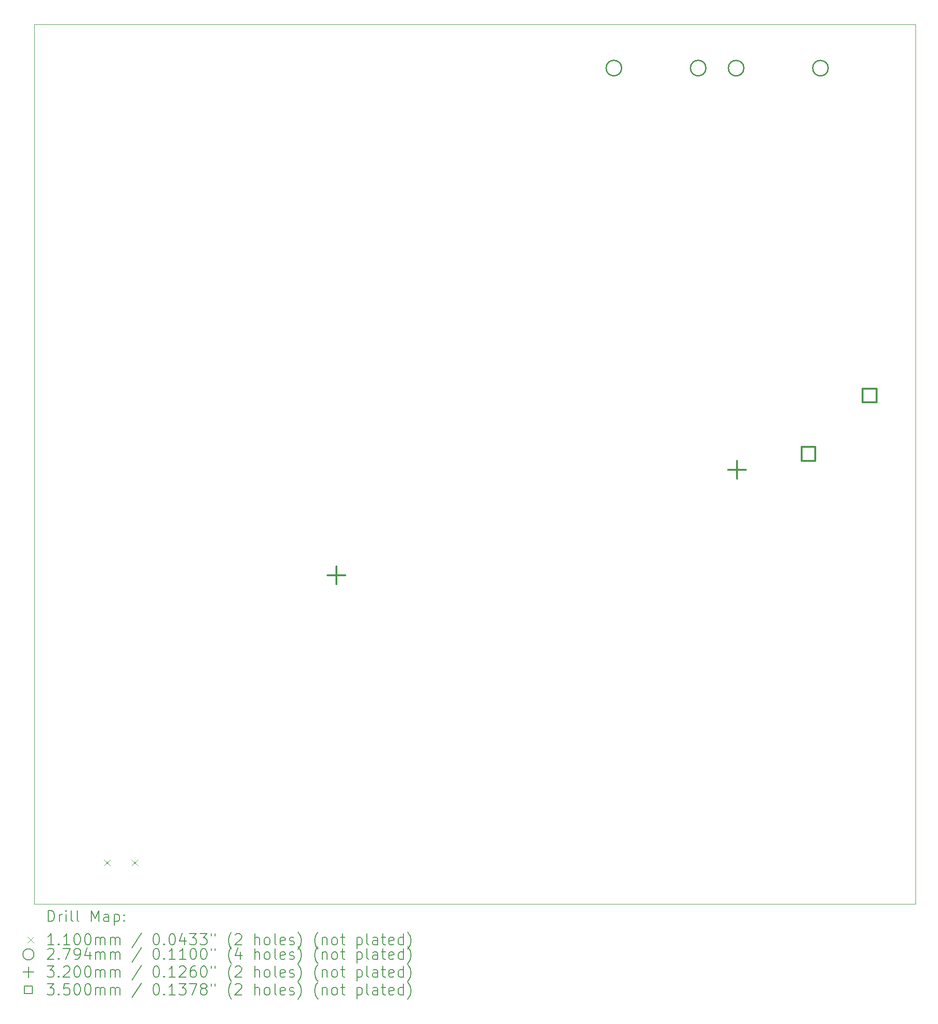
<source format=gbr>
%FSLAX45Y45*%
G04 Gerber Fmt 4.5, Leading zero omitted, Abs format (unit mm)*
G04 Created by KiCad (PCBNEW 6.0.2+dfsg-1) date 2023-05-08 07:17:29*
%MOMM*%
%LPD*%
G01*
G04 APERTURE LIST*
%TA.AperFunction,Profile*%
%ADD10C,0.100000*%
%TD*%
%ADD11C,0.200000*%
%ADD12C,0.110000*%
%ADD13C,0.279400*%
%ADD14C,0.320000*%
%ADD15C,0.350000*%
G04 APERTURE END LIST*
D10*
X1584000Y-1528000D02*
X17512000Y-1528000D01*
X17512000Y-1528000D02*
X17512000Y-17409000D01*
X17512000Y-17409000D02*
X1584000Y-17409000D01*
X1584000Y-17409000D02*
X1584000Y-1528000D01*
D11*
D12*
X2845000Y-16607500D02*
X2955000Y-16717500D01*
X2955000Y-16607500D02*
X2845000Y-16717500D01*
X3345000Y-16607500D02*
X3455000Y-16717500D01*
X3455000Y-16607500D02*
X3345000Y-16717500D01*
D13*
X12197700Y-2313000D02*
G75*
G03*
X12197700Y-2313000I-139700J0D01*
G01*
X13721700Y-2313000D02*
G75*
G03*
X13721700Y-2313000I-139700J0D01*
G01*
X14406700Y-2314000D02*
G75*
G03*
X14406700Y-2314000I-139700J0D01*
G01*
X15930700Y-2314000D02*
G75*
G03*
X15930700Y-2314000I-139700J0D01*
G01*
D14*
X7045000Y-11310000D02*
X7045000Y-11630000D01*
X6885000Y-11470000D02*
X7205000Y-11470000D01*
X14280000Y-9410000D02*
X14280000Y-9730000D01*
X14120000Y-9570000D02*
X14440000Y-9570000D01*
D15*
X15695745Y-9403745D02*
X15695745Y-9156255D01*
X15448255Y-9156255D01*
X15448255Y-9403745D01*
X15695745Y-9403745D01*
X16803745Y-8346745D02*
X16803745Y-8099255D01*
X16556255Y-8099255D01*
X16556255Y-8346745D01*
X16803745Y-8346745D01*
D11*
X1836619Y-17724476D02*
X1836619Y-17524476D01*
X1884238Y-17524476D01*
X1912809Y-17534000D01*
X1931857Y-17553048D01*
X1941381Y-17572095D01*
X1950905Y-17610190D01*
X1950905Y-17638762D01*
X1941381Y-17676857D01*
X1931857Y-17695905D01*
X1912809Y-17714952D01*
X1884238Y-17724476D01*
X1836619Y-17724476D01*
X2036619Y-17724476D02*
X2036619Y-17591143D01*
X2036619Y-17629238D02*
X2046143Y-17610190D01*
X2055667Y-17600667D01*
X2074714Y-17591143D01*
X2093762Y-17591143D01*
X2160429Y-17724476D02*
X2160429Y-17591143D01*
X2160429Y-17524476D02*
X2150905Y-17534000D01*
X2160429Y-17543524D01*
X2169952Y-17534000D01*
X2160429Y-17524476D01*
X2160429Y-17543524D01*
X2284238Y-17724476D02*
X2265190Y-17714952D01*
X2255667Y-17695905D01*
X2255667Y-17524476D01*
X2389000Y-17724476D02*
X2369952Y-17714952D01*
X2360429Y-17695905D01*
X2360429Y-17524476D01*
X2617571Y-17724476D02*
X2617571Y-17524476D01*
X2684238Y-17667333D01*
X2750905Y-17524476D01*
X2750905Y-17724476D01*
X2931857Y-17724476D02*
X2931857Y-17619714D01*
X2922333Y-17600667D01*
X2903286Y-17591143D01*
X2865190Y-17591143D01*
X2846143Y-17600667D01*
X2931857Y-17714952D02*
X2912809Y-17724476D01*
X2865190Y-17724476D01*
X2846143Y-17714952D01*
X2836619Y-17695905D01*
X2836619Y-17676857D01*
X2846143Y-17657810D01*
X2865190Y-17648286D01*
X2912809Y-17648286D01*
X2931857Y-17638762D01*
X3027095Y-17591143D02*
X3027095Y-17791143D01*
X3027095Y-17600667D02*
X3046143Y-17591143D01*
X3084238Y-17591143D01*
X3103286Y-17600667D01*
X3112809Y-17610190D01*
X3122333Y-17629238D01*
X3122333Y-17686381D01*
X3112809Y-17705429D01*
X3103286Y-17714952D01*
X3084238Y-17724476D01*
X3046143Y-17724476D01*
X3027095Y-17714952D01*
X3208048Y-17705429D02*
X3217571Y-17714952D01*
X3208048Y-17724476D01*
X3198524Y-17714952D01*
X3208048Y-17705429D01*
X3208048Y-17724476D01*
X3208048Y-17600667D02*
X3217571Y-17610190D01*
X3208048Y-17619714D01*
X3198524Y-17610190D01*
X3208048Y-17600667D01*
X3208048Y-17619714D01*
D12*
X1469000Y-17999000D02*
X1579000Y-18109000D01*
X1579000Y-17999000D02*
X1469000Y-18109000D01*
D11*
X1941381Y-18144476D02*
X1827095Y-18144476D01*
X1884238Y-18144476D02*
X1884238Y-17944476D01*
X1865190Y-17973048D01*
X1846143Y-17992095D01*
X1827095Y-18001619D01*
X2027095Y-18125429D02*
X2036619Y-18134952D01*
X2027095Y-18144476D01*
X2017571Y-18134952D01*
X2027095Y-18125429D01*
X2027095Y-18144476D01*
X2227095Y-18144476D02*
X2112810Y-18144476D01*
X2169952Y-18144476D02*
X2169952Y-17944476D01*
X2150905Y-17973048D01*
X2131857Y-17992095D01*
X2112810Y-18001619D01*
X2350905Y-17944476D02*
X2369952Y-17944476D01*
X2389000Y-17954000D01*
X2398524Y-17963524D01*
X2408048Y-17982571D01*
X2417571Y-18020667D01*
X2417571Y-18068286D01*
X2408048Y-18106381D01*
X2398524Y-18125429D01*
X2389000Y-18134952D01*
X2369952Y-18144476D01*
X2350905Y-18144476D01*
X2331857Y-18134952D01*
X2322333Y-18125429D01*
X2312810Y-18106381D01*
X2303286Y-18068286D01*
X2303286Y-18020667D01*
X2312810Y-17982571D01*
X2322333Y-17963524D01*
X2331857Y-17954000D01*
X2350905Y-17944476D01*
X2541381Y-17944476D02*
X2560429Y-17944476D01*
X2579476Y-17954000D01*
X2589000Y-17963524D01*
X2598524Y-17982571D01*
X2608048Y-18020667D01*
X2608048Y-18068286D01*
X2598524Y-18106381D01*
X2589000Y-18125429D01*
X2579476Y-18134952D01*
X2560429Y-18144476D01*
X2541381Y-18144476D01*
X2522333Y-18134952D01*
X2512810Y-18125429D01*
X2503286Y-18106381D01*
X2493762Y-18068286D01*
X2493762Y-18020667D01*
X2503286Y-17982571D01*
X2512810Y-17963524D01*
X2522333Y-17954000D01*
X2541381Y-17944476D01*
X2693762Y-18144476D02*
X2693762Y-18011143D01*
X2693762Y-18030190D02*
X2703286Y-18020667D01*
X2722333Y-18011143D01*
X2750905Y-18011143D01*
X2769952Y-18020667D01*
X2779476Y-18039714D01*
X2779476Y-18144476D01*
X2779476Y-18039714D02*
X2789000Y-18020667D01*
X2808048Y-18011143D01*
X2836619Y-18011143D01*
X2855667Y-18020667D01*
X2865190Y-18039714D01*
X2865190Y-18144476D01*
X2960428Y-18144476D02*
X2960428Y-18011143D01*
X2960428Y-18030190D02*
X2969952Y-18020667D01*
X2989000Y-18011143D01*
X3017571Y-18011143D01*
X3036619Y-18020667D01*
X3046143Y-18039714D01*
X3046143Y-18144476D01*
X3046143Y-18039714D02*
X3055667Y-18020667D01*
X3074714Y-18011143D01*
X3103286Y-18011143D01*
X3122333Y-18020667D01*
X3131857Y-18039714D01*
X3131857Y-18144476D01*
X3522333Y-17934952D02*
X3350905Y-18192095D01*
X3779476Y-17944476D02*
X3798524Y-17944476D01*
X3817571Y-17954000D01*
X3827095Y-17963524D01*
X3836619Y-17982571D01*
X3846143Y-18020667D01*
X3846143Y-18068286D01*
X3836619Y-18106381D01*
X3827095Y-18125429D01*
X3817571Y-18134952D01*
X3798524Y-18144476D01*
X3779476Y-18144476D01*
X3760428Y-18134952D01*
X3750905Y-18125429D01*
X3741381Y-18106381D01*
X3731857Y-18068286D01*
X3731857Y-18020667D01*
X3741381Y-17982571D01*
X3750905Y-17963524D01*
X3760428Y-17954000D01*
X3779476Y-17944476D01*
X3931857Y-18125429D02*
X3941381Y-18134952D01*
X3931857Y-18144476D01*
X3922333Y-18134952D01*
X3931857Y-18125429D01*
X3931857Y-18144476D01*
X4065190Y-17944476D02*
X4084238Y-17944476D01*
X4103286Y-17954000D01*
X4112809Y-17963524D01*
X4122333Y-17982571D01*
X4131857Y-18020667D01*
X4131857Y-18068286D01*
X4122333Y-18106381D01*
X4112809Y-18125429D01*
X4103286Y-18134952D01*
X4084238Y-18144476D01*
X4065190Y-18144476D01*
X4046143Y-18134952D01*
X4036619Y-18125429D01*
X4027095Y-18106381D01*
X4017571Y-18068286D01*
X4017571Y-18020667D01*
X4027095Y-17982571D01*
X4036619Y-17963524D01*
X4046143Y-17954000D01*
X4065190Y-17944476D01*
X4303286Y-18011143D02*
X4303286Y-18144476D01*
X4255667Y-17934952D02*
X4208048Y-18077810D01*
X4331857Y-18077810D01*
X4389000Y-17944476D02*
X4512810Y-17944476D01*
X4446143Y-18020667D01*
X4474714Y-18020667D01*
X4493762Y-18030190D01*
X4503286Y-18039714D01*
X4512810Y-18058762D01*
X4512810Y-18106381D01*
X4503286Y-18125429D01*
X4493762Y-18134952D01*
X4474714Y-18144476D01*
X4417571Y-18144476D01*
X4398524Y-18134952D01*
X4389000Y-18125429D01*
X4579476Y-17944476D02*
X4703286Y-17944476D01*
X4636619Y-18020667D01*
X4665190Y-18020667D01*
X4684238Y-18030190D01*
X4693762Y-18039714D01*
X4703286Y-18058762D01*
X4703286Y-18106381D01*
X4693762Y-18125429D01*
X4684238Y-18134952D01*
X4665190Y-18144476D01*
X4608048Y-18144476D01*
X4589000Y-18134952D01*
X4579476Y-18125429D01*
X4779476Y-17944476D02*
X4779476Y-17982571D01*
X4855667Y-17944476D02*
X4855667Y-17982571D01*
X5150905Y-18220667D02*
X5141381Y-18211143D01*
X5122333Y-18182571D01*
X5112810Y-18163524D01*
X5103286Y-18134952D01*
X5093762Y-18087333D01*
X5093762Y-18049238D01*
X5103286Y-18001619D01*
X5112810Y-17973048D01*
X5122333Y-17954000D01*
X5141381Y-17925429D01*
X5150905Y-17915905D01*
X5217571Y-17963524D02*
X5227095Y-17954000D01*
X5246143Y-17944476D01*
X5293762Y-17944476D01*
X5312810Y-17954000D01*
X5322333Y-17963524D01*
X5331857Y-17982571D01*
X5331857Y-18001619D01*
X5322333Y-18030190D01*
X5208048Y-18144476D01*
X5331857Y-18144476D01*
X5569952Y-18144476D02*
X5569952Y-17944476D01*
X5655667Y-18144476D02*
X5655667Y-18039714D01*
X5646143Y-18020667D01*
X5627095Y-18011143D01*
X5598524Y-18011143D01*
X5579476Y-18020667D01*
X5569952Y-18030190D01*
X5779476Y-18144476D02*
X5760428Y-18134952D01*
X5750905Y-18125429D01*
X5741381Y-18106381D01*
X5741381Y-18049238D01*
X5750905Y-18030190D01*
X5760428Y-18020667D01*
X5779476Y-18011143D01*
X5808048Y-18011143D01*
X5827095Y-18020667D01*
X5836619Y-18030190D01*
X5846143Y-18049238D01*
X5846143Y-18106381D01*
X5836619Y-18125429D01*
X5827095Y-18134952D01*
X5808048Y-18144476D01*
X5779476Y-18144476D01*
X5960428Y-18144476D02*
X5941381Y-18134952D01*
X5931857Y-18115905D01*
X5931857Y-17944476D01*
X6112809Y-18134952D02*
X6093762Y-18144476D01*
X6055667Y-18144476D01*
X6036619Y-18134952D01*
X6027095Y-18115905D01*
X6027095Y-18039714D01*
X6036619Y-18020667D01*
X6055667Y-18011143D01*
X6093762Y-18011143D01*
X6112809Y-18020667D01*
X6122333Y-18039714D01*
X6122333Y-18058762D01*
X6027095Y-18077810D01*
X6198524Y-18134952D02*
X6217571Y-18144476D01*
X6255667Y-18144476D01*
X6274714Y-18134952D01*
X6284238Y-18115905D01*
X6284238Y-18106381D01*
X6274714Y-18087333D01*
X6255667Y-18077810D01*
X6227095Y-18077810D01*
X6208048Y-18068286D01*
X6198524Y-18049238D01*
X6198524Y-18039714D01*
X6208048Y-18020667D01*
X6227095Y-18011143D01*
X6255667Y-18011143D01*
X6274714Y-18020667D01*
X6350905Y-18220667D02*
X6360428Y-18211143D01*
X6379476Y-18182571D01*
X6389000Y-18163524D01*
X6398524Y-18134952D01*
X6408048Y-18087333D01*
X6408048Y-18049238D01*
X6398524Y-18001619D01*
X6389000Y-17973048D01*
X6379476Y-17954000D01*
X6360428Y-17925429D01*
X6350905Y-17915905D01*
X6712809Y-18220667D02*
X6703286Y-18211143D01*
X6684238Y-18182571D01*
X6674714Y-18163524D01*
X6665190Y-18134952D01*
X6655667Y-18087333D01*
X6655667Y-18049238D01*
X6665190Y-18001619D01*
X6674714Y-17973048D01*
X6684238Y-17954000D01*
X6703286Y-17925429D01*
X6712809Y-17915905D01*
X6789000Y-18011143D02*
X6789000Y-18144476D01*
X6789000Y-18030190D02*
X6798524Y-18020667D01*
X6817571Y-18011143D01*
X6846143Y-18011143D01*
X6865190Y-18020667D01*
X6874714Y-18039714D01*
X6874714Y-18144476D01*
X6998524Y-18144476D02*
X6979476Y-18134952D01*
X6969952Y-18125429D01*
X6960428Y-18106381D01*
X6960428Y-18049238D01*
X6969952Y-18030190D01*
X6979476Y-18020667D01*
X6998524Y-18011143D01*
X7027095Y-18011143D01*
X7046143Y-18020667D01*
X7055667Y-18030190D01*
X7065190Y-18049238D01*
X7065190Y-18106381D01*
X7055667Y-18125429D01*
X7046143Y-18134952D01*
X7027095Y-18144476D01*
X6998524Y-18144476D01*
X7122333Y-18011143D02*
X7198524Y-18011143D01*
X7150905Y-17944476D02*
X7150905Y-18115905D01*
X7160428Y-18134952D01*
X7179476Y-18144476D01*
X7198524Y-18144476D01*
X7417571Y-18011143D02*
X7417571Y-18211143D01*
X7417571Y-18020667D02*
X7436619Y-18011143D01*
X7474714Y-18011143D01*
X7493762Y-18020667D01*
X7503286Y-18030190D01*
X7512809Y-18049238D01*
X7512809Y-18106381D01*
X7503286Y-18125429D01*
X7493762Y-18134952D01*
X7474714Y-18144476D01*
X7436619Y-18144476D01*
X7417571Y-18134952D01*
X7627095Y-18144476D02*
X7608048Y-18134952D01*
X7598524Y-18115905D01*
X7598524Y-17944476D01*
X7789000Y-18144476D02*
X7789000Y-18039714D01*
X7779476Y-18020667D01*
X7760428Y-18011143D01*
X7722333Y-18011143D01*
X7703286Y-18020667D01*
X7789000Y-18134952D02*
X7769952Y-18144476D01*
X7722333Y-18144476D01*
X7703286Y-18134952D01*
X7693762Y-18115905D01*
X7693762Y-18096857D01*
X7703286Y-18077810D01*
X7722333Y-18068286D01*
X7769952Y-18068286D01*
X7789000Y-18058762D01*
X7855667Y-18011143D02*
X7931857Y-18011143D01*
X7884238Y-17944476D02*
X7884238Y-18115905D01*
X7893762Y-18134952D01*
X7912809Y-18144476D01*
X7931857Y-18144476D01*
X8074714Y-18134952D02*
X8055667Y-18144476D01*
X8017571Y-18144476D01*
X7998524Y-18134952D01*
X7989000Y-18115905D01*
X7989000Y-18039714D01*
X7998524Y-18020667D01*
X8017571Y-18011143D01*
X8055667Y-18011143D01*
X8074714Y-18020667D01*
X8084238Y-18039714D01*
X8084238Y-18058762D01*
X7989000Y-18077810D01*
X8255667Y-18144476D02*
X8255667Y-17944476D01*
X8255667Y-18134952D02*
X8236619Y-18144476D01*
X8198524Y-18144476D01*
X8179476Y-18134952D01*
X8169952Y-18125429D01*
X8160428Y-18106381D01*
X8160428Y-18049238D01*
X8169952Y-18030190D01*
X8179476Y-18020667D01*
X8198524Y-18011143D01*
X8236619Y-18011143D01*
X8255667Y-18020667D01*
X8331857Y-18220667D02*
X8341381Y-18211143D01*
X8360428Y-18182571D01*
X8369952Y-18163524D01*
X8379476Y-18134952D01*
X8389000Y-18087333D01*
X8389000Y-18049238D01*
X8379476Y-18001619D01*
X8369952Y-17973048D01*
X8360428Y-17954000D01*
X8341381Y-17925429D01*
X8331857Y-17915905D01*
X1579000Y-18318000D02*
G75*
G03*
X1579000Y-18318000I-100000J0D01*
G01*
X1827095Y-18227524D02*
X1836619Y-18218000D01*
X1855667Y-18208476D01*
X1903286Y-18208476D01*
X1922333Y-18218000D01*
X1931857Y-18227524D01*
X1941381Y-18246571D01*
X1941381Y-18265619D01*
X1931857Y-18294190D01*
X1817571Y-18408476D01*
X1941381Y-18408476D01*
X2027095Y-18389429D02*
X2036619Y-18398952D01*
X2027095Y-18408476D01*
X2017571Y-18398952D01*
X2027095Y-18389429D01*
X2027095Y-18408476D01*
X2103286Y-18208476D02*
X2236619Y-18208476D01*
X2150905Y-18408476D01*
X2322333Y-18408476D02*
X2360429Y-18408476D01*
X2379476Y-18398952D01*
X2389000Y-18389429D01*
X2408048Y-18360857D01*
X2417571Y-18322762D01*
X2417571Y-18246571D01*
X2408048Y-18227524D01*
X2398524Y-18218000D01*
X2379476Y-18208476D01*
X2341381Y-18208476D01*
X2322333Y-18218000D01*
X2312810Y-18227524D01*
X2303286Y-18246571D01*
X2303286Y-18294190D01*
X2312810Y-18313238D01*
X2322333Y-18322762D01*
X2341381Y-18332286D01*
X2379476Y-18332286D01*
X2398524Y-18322762D01*
X2408048Y-18313238D01*
X2417571Y-18294190D01*
X2589000Y-18275143D02*
X2589000Y-18408476D01*
X2541381Y-18198952D02*
X2493762Y-18341810D01*
X2617571Y-18341810D01*
X2693762Y-18408476D02*
X2693762Y-18275143D01*
X2693762Y-18294190D02*
X2703286Y-18284667D01*
X2722333Y-18275143D01*
X2750905Y-18275143D01*
X2769952Y-18284667D01*
X2779476Y-18303714D01*
X2779476Y-18408476D01*
X2779476Y-18303714D02*
X2789000Y-18284667D01*
X2808048Y-18275143D01*
X2836619Y-18275143D01*
X2855667Y-18284667D01*
X2865190Y-18303714D01*
X2865190Y-18408476D01*
X2960428Y-18408476D02*
X2960428Y-18275143D01*
X2960428Y-18294190D02*
X2969952Y-18284667D01*
X2989000Y-18275143D01*
X3017571Y-18275143D01*
X3036619Y-18284667D01*
X3046143Y-18303714D01*
X3046143Y-18408476D01*
X3046143Y-18303714D02*
X3055667Y-18284667D01*
X3074714Y-18275143D01*
X3103286Y-18275143D01*
X3122333Y-18284667D01*
X3131857Y-18303714D01*
X3131857Y-18408476D01*
X3522333Y-18198952D02*
X3350905Y-18456095D01*
X3779476Y-18208476D02*
X3798524Y-18208476D01*
X3817571Y-18218000D01*
X3827095Y-18227524D01*
X3836619Y-18246571D01*
X3846143Y-18284667D01*
X3846143Y-18332286D01*
X3836619Y-18370381D01*
X3827095Y-18389429D01*
X3817571Y-18398952D01*
X3798524Y-18408476D01*
X3779476Y-18408476D01*
X3760428Y-18398952D01*
X3750905Y-18389429D01*
X3741381Y-18370381D01*
X3731857Y-18332286D01*
X3731857Y-18284667D01*
X3741381Y-18246571D01*
X3750905Y-18227524D01*
X3760428Y-18218000D01*
X3779476Y-18208476D01*
X3931857Y-18389429D02*
X3941381Y-18398952D01*
X3931857Y-18408476D01*
X3922333Y-18398952D01*
X3931857Y-18389429D01*
X3931857Y-18408476D01*
X4131857Y-18408476D02*
X4017571Y-18408476D01*
X4074714Y-18408476D02*
X4074714Y-18208476D01*
X4055667Y-18237048D01*
X4036619Y-18256095D01*
X4017571Y-18265619D01*
X4322333Y-18408476D02*
X4208048Y-18408476D01*
X4265190Y-18408476D02*
X4265190Y-18208476D01*
X4246143Y-18237048D01*
X4227095Y-18256095D01*
X4208048Y-18265619D01*
X4446143Y-18208476D02*
X4465190Y-18208476D01*
X4484238Y-18218000D01*
X4493762Y-18227524D01*
X4503286Y-18246571D01*
X4512810Y-18284667D01*
X4512810Y-18332286D01*
X4503286Y-18370381D01*
X4493762Y-18389429D01*
X4484238Y-18398952D01*
X4465190Y-18408476D01*
X4446143Y-18408476D01*
X4427095Y-18398952D01*
X4417571Y-18389429D01*
X4408048Y-18370381D01*
X4398524Y-18332286D01*
X4398524Y-18284667D01*
X4408048Y-18246571D01*
X4417571Y-18227524D01*
X4427095Y-18218000D01*
X4446143Y-18208476D01*
X4636619Y-18208476D02*
X4655667Y-18208476D01*
X4674714Y-18218000D01*
X4684238Y-18227524D01*
X4693762Y-18246571D01*
X4703286Y-18284667D01*
X4703286Y-18332286D01*
X4693762Y-18370381D01*
X4684238Y-18389429D01*
X4674714Y-18398952D01*
X4655667Y-18408476D01*
X4636619Y-18408476D01*
X4617571Y-18398952D01*
X4608048Y-18389429D01*
X4598524Y-18370381D01*
X4589000Y-18332286D01*
X4589000Y-18284667D01*
X4598524Y-18246571D01*
X4608048Y-18227524D01*
X4617571Y-18218000D01*
X4636619Y-18208476D01*
X4779476Y-18208476D02*
X4779476Y-18246571D01*
X4855667Y-18208476D02*
X4855667Y-18246571D01*
X5150905Y-18484667D02*
X5141381Y-18475143D01*
X5122333Y-18446571D01*
X5112810Y-18427524D01*
X5103286Y-18398952D01*
X5093762Y-18351333D01*
X5093762Y-18313238D01*
X5103286Y-18265619D01*
X5112810Y-18237048D01*
X5122333Y-18218000D01*
X5141381Y-18189429D01*
X5150905Y-18179905D01*
X5312810Y-18275143D02*
X5312810Y-18408476D01*
X5265190Y-18198952D02*
X5217571Y-18341810D01*
X5341381Y-18341810D01*
X5569952Y-18408476D02*
X5569952Y-18208476D01*
X5655667Y-18408476D02*
X5655667Y-18303714D01*
X5646143Y-18284667D01*
X5627095Y-18275143D01*
X5598524Y-18275143D01*
X5579476Y-18284667D01*
X5569952Y-18294190D01*
X5779476Y-18408476D02*
X5760428Y-18398952D01*
X5750905Y-18389429D01*
X5741381Y-18370381D01*
X5741381Y-18313238D01*
X5750905Y-18294190D01*
X5760428Y-18284667D01*
X5779476Y-18275143D01*
X5808048Y-18275143D01*
X5827095Y-18284667D01*
X5836619Y-18294190D01*
X5846143Y-18313238D01*
X5846143Y-18370381D01*
X5836619Y-18389429D01*
X5827095Y-18398952D01*
X5808048Y-18408476D01*
X5779476Y-18408476D01*
X5960428Y-18408476D02*
X5941381Y-18398952D01*
X5931857Y-18379905D01*
X5931857Y-18208476D01*
X6112809Y-18398952D02*
X6093762Y-18408476D01*
X6055667Y-18408476D01*
X6036619Y-18398952D01*
X6027095Y-18379905D01*
X6027095Y-18303714D01*
X6036619Y-18284667D01*
X6055667Y-18275143D01*
X6093762Y-18275143D01*
X6112809Y-18284667D01*
X6122333Y-18303714D01*
X6122333Y-18322762D01*
X6027095Y-18341810D01*
X6198524Y-18398952D02*
X6217571Y-18408476D01*
X6255667Y-18408476D01*
X6274714Y-18398952D01*
X6284238Y-18379905D01*
X6284238Y-18370381D01*
X6274714Y-18351333D01*
X6255667Y-18341810D01*
X6227095Y-18341810D01*
X6208048Y-18332286D01*
X6198524Y-18313238D01*
X6198524Y-18303714D01*
X6208048Y-18284667D01*
X6227095Y-18275143D01*
X6255667Y-18275143D01*
X6274714Y-18284667D01*
X6350905Y-18484667D02*
X6360428Y-18475143D01*
X6379476Y-18446571D01*
X6389000Y-18427524D01*
X6398524Y-18398952D01*
X6408048Y-18351333D01*
X6408048Y-18313238D01*
X6398524Y-18265619D01*
X6389000Y-18237048D01*
X6379476Y-18218000D01*
X6360428Y-18189429D01*
X6350905Y-18179905D01*
X6712809Y-18484667D02*
X6703286Y-18475143D01*
X6684238Y-18446571D01*
X6674714Y-18427524D01*
X6665190Y-18398952D01*
X6655667Y-18351333D01*
X6655667Y-18313238D01*
X6665190Y-18265619D01*
X6674714Y-18237048D01*
X6684238Y-18218000D01*
X6703286Y-18189429D01*
X6712809Y-18179905D01*
X6789000Y-18275143D02*
X6789000Y-18408476D01*
X6789000Y-18294190D02*
X6798524Y-18284667D01*
X6817571Y-18275143D01*
X6846143Y-18275143D01*
X6865190Y-18284667D01*
X6874714Y-18303714D01*
X6874714Y-18408476D01*
X6998524Y-18408476D02*
X6979476Y-18398952D01*
X6969952Y-18389429D01*
X6960428Y-18370381D01*
X6960428Y-18313238D01*
X6969952Y-18294190D01*
X6979476Y-18284667D01*
X6998524Y-18275143D01*
X7027095Y-18275143D01*
X7046143Y-18284667D01*
X7055667Y-18294190D01*
X7065190Y-18313238D01*
X7065190Y-18370381D01*
X7055667Y-18389429D01*
X7046143Y-18398952D01*
X7027095Y-18408476D01*
X6998524Y-18408476D01*
X7122333Y-18275143D02*
X7198524Y-18275143D01*
X7150905Y-18208476D02*
X7150905Y-18379905D01*
X7160428Y-18398952D01*
X7179476Y-18408476D01*
X7198524Y-18408476D01*
X7417571Y-18275143D02*
X7417571Y-18475143D01*
X7417571Y-18284667D02*
X7436619Y-18275143D01*
X7474714Y-18275143D01*
X7493762Y-18284667D01*
X7503286Y-18294190D01*
X7512809Y-18313238D01*
X7512809Y-18370381D01*
X7503286Y-18389429D01*
X7493762Y-18398952D01*
X7474714Y-18408476D01*
X7436619Y-18408476D01*
X7417571Y-18398952D01*
X7627095Y-18408476D02*
X7608048Y-18398952D01*
X7598524Y-18379905D01*
X7598524Y-18208476D01*
X7789000Y-18408476D02*
X7789000Y-18303714D01*
X7779476Y-18284667D01*
X7760428Y-18275143D01*
X7722333Y-18275143D01*
X7703286Y-18284667D01*
X7789000Y-18398952D02*
X7769952Y-18408476D01*
X7722333Y-18408476D01*
X7703286Y-18398952D01*
X7693762Y-18379905D01*
X7693762Y-18360857D01*
X7703286Y-18341810D01*
X7722333Y-18332286D01*
X7769952Y-18332286D01*
X7789000Y-18322762D01*
X7855667Y-18275143D02*
X7931857Y-18275143D01*
X7884238Y-18208476D02*
X7884238Y-18379905D01*
X7893762Y-18398952D01*
X7912809Y-18408476D01*
X7931857Y-18408476D01*
X8074714Y-18398952D02*
X8055667Y-18408476D01*
X8017571Y-18408476D01*
X7998524Y-18398952D01*
X7989000Y-18379905D01*
X7989000Y-18303714D01*
X7998524Y-18284667D01*
X8017571Y-18275143D01*
X8055667Y-18275143D01*
X8074714Y-18284667D01*
X8084238Y-18303714D01*
X8084238Y-18322762D01*
X7989000Y-18341810D01*
X8255667Y-18408476D02*
X8255667Y-18208476D01*
X8255667Y-18398952D02*
X8236619Y-18408476D01*
X8198524Y-18408476D01*
X8179476Y-18398952D01*
X8169952Y-18389429D01*
X8160428Y-18370381D01*
X8160428Y-18313238D01*
X8169952Y-18294190D01*
X8179476Y-18284667D01*
X8198524Y-18275143D01*
X8236619Y-18275143D01*
X8255667Y-18284667D01*
X8331857Y-18484667D02*
X8341381Y-18475143D01*
X8360428Y-18446571D01*
X8369952Y-18427524D01*
X8379476Y-18398952D01*
X8389000Y-18351333D01*
X8389000Y-18313238D01*
X8379476Y-18265619D01*
X8369952Y-18237048D01*
X8360428Y-18218000D01*
X8341381Y-18189429D01*
X8331857Y-18179905D01*
X1479000Y-18538000D02*
X1479000Y-18738000D01*
X1379000Y-18638000D02*
X1579000Y-18638000D01*
X1817571Y-18528476D02*
X1941381Y-18528476D01*
X1874714Y-18604667D01*
X1903286Y-18604667D01*
X1922333Y-18614190D01*
X1931857Y-18623714D01*
X1941381Y-18642762D01*
X1941381Y-18690381D01*
X1931857Y-18709429D01*
X1922333Y-18718952D01*
X1903286Y-18728476D01*
X1846143Y-18728476D01*
X1827095Y-18718952D01*
X1817571Y-18709429D01*
X2027095Y-18709429D02*
X2036619Y-18718952D01*
X2027095Y-18728476D01*
X2017571Y-18718952D01*
X2027095Y-18709429D01*
X2027095Y-18728476D01*
X2112810Y-18547524D02*
X2122333Y-18538000D01*
X2141381Y-18528476D01*
X2189000Y-18528476D01*
X2208048Y-18538000D01*
X2217571Y-18547524D01*
X2227095Y-18566571D01*
X2227095Y-18585619D01*
X2217571Y-18614190D01*
X2103286Y-18728476D01*
X2227095Y-18728476D01*
X2350905Y-18528476D02*
X2369952Y-18528476D01*
X2389000Y-18538000D01*
X2398524Y-18547524D01*
X2408048Y-18566571D01*
X2417571Y-18604667D01*
X2417571Y-18652286D01*
X2408048Y-18690381D01*
X2398524Y-18709429D01*
X2389000Y-18718952D01*
X2369952Y-18728476D01*
X2350905Y-18728476D01*
X2331857Y-18718952D01*
X2322333Y-18709429D01*
X2312810Y-18690381D01*
X2303286Y-18652286D01*
X2303286Y-18604667D01*
X2312810Y-18566571D01*
X2322333Y-18547524D01*
X2331857Y-18538000D01*
X2350905Y-18528476D01*
X2541381Y-18528476D02*
X2560429Y-18528476D01*
X2579476Y-18538000D01*
X2589000Y-18547524D01*
X2598524Y-18566571D01*
X2608048Y-18604667D01*
X2608048Y-18652286D01*
X2598524Y-18690381D01*
X2589000Y-18709429D01*
X2579476Y-18718952D01*
X2560429Y-18728476D01*
X2541381Y-18728476D01*
X2522333Y-18718952D01*
X2512810Y-18709429D01*
X2503286Y-18690381D01*
X2493762Y-18652286D01*
X2493762Y-18604667D01*
X2503286Y-18566571D01*
X2512810Y-18547524D01*
X2522333Y-18538000D01*
X2541381Y-18528476D01*
X2693762Y-18728476D02*
X2693762Y-18595143D01*
X2693762Y-18614190D02*
X2703286Y-18604667D01*
X2722333Y-18595143D01*
X2750905Y-18595143D01*
X2769952Y-18604667D01*
X2779476Y-18623714D01*
X2779476Y-18728476D01*
X2779476Y-18623714D02*
X2789000Y-18604667D01*
X2808048Y-18595143D01*
X2836619Y-18595143D01*
X2855667Y-18604667D01*
X2865190Y-18623714D01*
X2865190Y-18728476D01*
X2960428Y-18728476D02*
X2960428Y-18595143D01*
X2960428Y-18614190D02*
X2969952Y-18604667D01*
X2989000Y-18595143D01*
X3017571Y-18595143D01*
X3036619Y-18604667D01*
X3046143Y-18623714D01*
X3046143Y-18728476D01*
X3046143Y-18623714D02*
X3055667Y-18604667D01*
X3074714Y-18595143D01*
X3103286Y-18595143D01*
X3122333Y-18604667D01*
X3131857Y-18623714D01*
X3131857Y-18728476D01*
X3522333Y-18518952D02*
X3350905Y-18776095D01*
X3779476Y-18528476D02*
X3798524Y-18528476D01*
X3817571Y-18538000D01*
X3827095Y-18547524D01*
X3836619Y-18566571D01*
X3846143Y-18604667D01*
X3846143Y-18652286D01*
X3836619Y-18690381D01*
X3827095Y-18709429D01*
X3817571Y-18718952D01*
X3798524Y-18728476D01*
X3779476Y-18728476D01*
X3760428Y-18718952D01*
X3750905Y-18709429D01*
X3741381Y-18690381D01*
X3731857Y-18652286D01*
X3731857Y-18604667D01*
X3741381Y-18566571D01*
X3750905Y-18547524D01*
X3760428Y-18538000D01*
X3779476Y-18528476D01*
X3931857Y-18709429D02*
X3941381Y-18718952D01*
X3931857Y-18728476D01*
X3922333Y-18718952D01*
X3931857Y-18709429D01*
X3931857Y-18728476D01*
X4131857Y-18728476D02*
X4017571Y-18728476D01*
X4074714Y-18728476D02*
X4074714Y-18528476D01*
X4055667Y-18557048D01*
X4036619Y-18576095D01*
X4017571Y-18585619D01*
X4208048Y-18547524D02*
X4217571Y-18538000D01*
X4236619Y-18528476D01*
X4284238Y-18528476D01*
X4303286Y-18538000D01*
X4312810Y-18547524D01*
X4322333Y-18566571D01*
X4322333Y-18585619D01*
X4312810Y-18614190D01*
X4198524Y-18728476D01*
X4322333Y-18728476D01*
X4493762Y-18528476D02*
X4455667Y-18528476D01*
X4436619Y-18538000D01*
X4427095Y-18547524D01*
X4408048Y-18576095D01*
X4398524Y-18614190D01*
X4398524Y-18690381D01*
X4408048Y-18709429D01*
X4417571Y-18718952D01*
X4436619Y-18728476D01*
X4474714Y-18728476D01*
X4493762Y-18718952D01*
X4503286Y-18709429D01*
X4512810Y-18690381D01*
X4512810Y-18642762D01*
X4503286Y-18623714D01*
X4493762Y-18614190D01*
X4474714Y-18604667D01*
X4436619Y-18604667D01*
X4417571Y-18614190D01*
X4408048Y-18623714D01*
X4398524Y-18642762D01*
X4636619Y-18528476D02*
X4655667Y-18528476D01*
X4674714Y-18538000D01*
X4684238Y-18547524D01*
X4693762Y-18566571D01*
X4703286Y-18604667D01*
X4703286Y-18652286D01*
X4693762Y-18690381D01*
X4684238Y-18709429D01*
X4674714Y-18718952D01*
X4655667Y-18728476D01*
X4636619Y-18728476D01*
X4617571Y-18718952D01*
X4608048Y-18709429D01*
X4598524Y-18690381D01*
X4589000Y-18652286D01*
X4589000Y-18604667D01*
X4598524Y-18566571D01*
X4608048Y-18547524D01*
X4617571Y-18538000D01*
X4636619Y-18528476D01*
X4779476Y-18528476D02*
X4779476Y-18566571D01*
X4855667Y-18528476D02*
X4855667Y-18566571D01*
X5150905Y-18804667D02*
X5141381Y-18795143D01*
X5122333Y-18766571D01*
X5112810Y-18747524D01*
X5103286Y-18718952D01*
X5093762Y-18671333D01*
X5093762Y-18633238D01*
X5103286Y-18585619D01*
X5112810Y-18557048D01*
X5122333Y-18538000D01*
X5141381Y-18509429D01*
X5150905Y-18499905D01*
X5217571Y-18547524D02*
X5227095Y-18538000D01*
X5246143Y-18528476D01*
X5293762Y-18528476D01*
X5312810Y-18538000D01*
X5322333Y-18547524D01*
X5331857Y-18566571D01*
X5331857Y-18585619D01*
X5322333Y-18614190D01*
X5208048Y-18728476D01*
X5331857Y-18728476D01*
X5569952Y-18728476D02*
X5569952Y-18528476D01*
X5655667Y-18728476D02*
X5655667Y-18623714D01*
X5646143Y-18604667D01*
X5627095Y-18595143D01*
X5598524Y-18595143D01*
X5579476Y-18604667D01*
X5569952Y-18614190D01*
X5779476Y-18728476D02*
X5760428Y-18718952D01*
X5750905Y-18709429D01*
X5741381Y-18690381D01*
X5741381Y-18633238D01*
X5750905Y-18614190D01*
X5760428Y-18604667D01*
X5779476Y-18595143D01*
X5808048Y-18595143D01*
X5827095Y-18604667D01*
X5836619Y-18614190D01*
X5846143Y-18633238D01*
X5846143Y-18690381D01*
X5836619Y-18709429D01*
X5827095Y-18718952D01*
X5808048Y-18728476D01*
X5779476Y-18728476D01*
X5960428Y-18728476D02*
X5941381Y-18718952D01*
X5931857Y-18699905D01*
X5931857Y-18528476D01*
X6112809Y-18718952D02*
X6093762Y-18728476D01*
X6055667Y-18728476D01*
X6036619Y-18718952D01*
X6027095Y-18699905D01*
X6027095Y-18623714D01*
X6036619Y-18604667D01*
X6055667Y-18595143D01*
X6093762Y-18595143D01*
X6112809Y-18604667D01*
X6122333Y-18623714D01*
X6122333Y-18642762D01*
X6027095Y-18661810D01*
X6198524Y-18718952D02*
X6217571Y-18728476D01*
X6255667Y-18728476D01*
X6274714Y-18718952D01*
X6284238Y-18699905D01*
X6284238Y-18690381D01*
X6274714Y-18671333D01*
X6255667Y-18661810D01*
X6227095Y-18661810D01*
X6208048Y-18652286D01*
X6198524Y-18633238D01*
X6198524Y-18623714D01*
X6208048Y-18604667D01*
X6227095Y-18595143D01*
X6255667Y-18595143D01*
X6274714Y-18604667D01*
X6350905Y-18804667D02*
X6360428Y-18795143D01*
X6379476Y-18766571D01*
X6389000Y-18747524D01*
X6398524Y-18718952D01*
X6408048Y-18671333D01*
X6408048Y-18633238D01*
X6398524Y-18585619D01*
X6389000Y-18557048D01*
X6379476Y-18538000D01*
X6360428Y-18509429D01*
X6350905Y-18499905D01*
X6712809Y-18804667D02*
X6703286Y-18795143D01*
X6684238Y-18766571D01*
X6674714Y-18747524D01*
X6665190Y-18718952D01*
X6655667Y-18671333D01*
X6655667Y-18633238D01*
X6665190Y-18585619D01*
X6674714Y-18557048D01*
X6684238Y-18538000D01*
X6703286Y-18509429D01*
X6712809Y-18499905D01*
X6789000Y-18595143D02*
X6789000Y-18728476D01*
X6789000Y-18614190D02*
X6798524Y-18604667D01*
X6817571Y-18595143D01*
X6846143Y-18595143D01*
X6865190Y-18604667D01*
X6874714Y-18623714D01*
X6874714Y-18728476D01*
X6998524Y-18728476D02*
X6979476Y-18718952D01*
X6969952Y-18709429D01*
X6960428Y-18690381D01*
X6960428Y-18633238D01*
X6969952Y-18614190D01*
X6979476Y-18604667D01*
X6998524Y-18595143D01*
X7027095Y-18595143D01*
X7046143Y-18604667D01*
X7055667Y-18614190D01*
X7065190Y-18633238D01*
X7065190Y-18690381D01*
X7055667Y-18709429D01*
X7046143Y-18718952D01*
X7027095Y-18728476D01*
X6998524Y-18728476D01*
X7122333Y-18595143D02*
X7198524Y-18595143D01*
X7150905Y-18528476D02*
X7150905Y-18699905D01*
X7160428Y-18718952D01*
X7179476Y-18728476D01*
X7198524Y-18728476D01*
X7417571Y-18595143D02*
X7417571Y-18795143D01*
X7417571Y-18604667D02*
X7436619Y-18595143D01*
X7474714Y-18595143D01*
X7493762Y-18604667D01*
X7503286Y-18614190D01*
X7512809Y-18633238D01*
X7512809Y-18690381D01*
X7503286Y-18709429D01*
X7493762Y-18718952D01*
X7474714Y-18728476D01*
X7436619Y-18728476D01*
X7417571Y-18718952D01*
X7627095Y-18728476D02*
X7608048Y-18718952D01*
X7598524Y-18699905D01*
X7598524Y-18528476D01*
X7789000Y-18728476D02*
X7789000Y-18623714D01*
X7779476Y-18604667D01*
X7760428Y-18595143D01*
X7722333Y-18595143D01*
X7703286Y-18604667D01*
X7789000Y-18718952D02*
X7769952Y-18728476D01*
X7722333Y-18728476D01*
X7703286Y-18718952D01*
X7693762Y-18699905D01*
X7693762Y-18680857D01*
X7703286Y-18661810D01*
X7722333Y-18652286D01*
X7769952Y-18652286D01*
X7789000Y-18642762D01*
X7855667Y-18595143D02*
X7931857Y-18595143D01*
X7884238Y-18528476D02*
X7884238Y-18699905D01*
X7893762Y-18718952D01*
X7912809Y-18728476D01*
X7931857Y-18728476D01*
X8074714Y-18718952D02*
X8055667Y-18728476D01*
X8017571Y-18728476D01*
X7998524Y-18718952D01*
X7989000Y-18699905D01*
X7989000Y-18623714D01*
X7998524Y-18604667D01*
X8017571Y-18595143D01*
X8055667Y-18595143D01*
X8074714Y-18604667D01*
X8084238Y-18623714D01*
X8084238Y-18642762D01*
X7989000Y-18661810D01*
X8255667Y-18728476D02*
X8255667Y-18528476D01*
X8255667Y-18718952D02*
X8236619Y-18728476D01*
X8198524Y-18728476D01*
X8179476Y-18718952D01*
X8169952Y-18709429D01*
X8160428Y-18690381D01*
X8160428Y-18633238D01*
X8169952Y-18614190D01*
X8179476Y-18604667D01*
X8198524Y-18595143D01*
X8236619Y-18595143D01*
X8255667Y-18604667D01*
X8331857Y-18804667D02*
X8341381Y-18795143D01*
X8360428Y-18766571D01*
X8369952Y-18747524D01*
X8379476Y-18718952D01*
X8389000Y-18671333D01*
X8389000Y-18633238D01*
X8379476Y-18585619D01*
X8369952Y-18557048D01*
X8360428Y-18538000D01*
X8341381Y-18509429D01*
X8331857Y-18499905D01*
X1549711Y-19028711D02*
X1549711Y-18887289D01*
X1408289Y-18887289D01*
X1408289Y-19028711D01*
X1549711Y-19028711D01*
X1817571Y-18848476D02*
X1941381Y-18848476D01*
X1874714Y-18924667D01*
X1903286Y-18924667D01*
X1922333Y-18934190D01*
X1931857Y-18943714D01*
X1941381Y-18962762D01*
X1941381Y-19010381D01*
X1931857Y-19029429D01*
X1922333Y-19038952D01*
X1903286Y-19048476D01*
X1846143Y-19048476D01*
X1827095Y-19038952D01*
X1817571Y-19029429D01*
X2027095Y-19029429D02*
X2036619Y-19038952D01*
X2027095Y-19048476D01*
X2017571Y-19038952D01*
X2027095Y-19029429D01*
X2027095Y-19048476D01*
X2217571Y-18848476D02*
X2122333Y-18848476D01*
X2112810Y-18943714D01*
X2122333Y-18934190D01*
X2141381Y-18924667D01*
X2189000Y-18924667D01*
X2208048Y-18934190D01*
X2217571Y-18943714D01*
X2227095Y-18962762D01*
X2227095Y-19010381D01*
X2217571Y-19029429D01*
X2208048Y-19038952D01*
X2189000Y-19048476D01*
X2141381Y-19048476D01*
X2122333Y-19038952D01*
X2112810Y-19029429D01*
X2350905Y-18848476D02*
X2369952Y-18848476D01*
X2389000Y-18858000D01*
X2398524Y-18867524D01*
X2408048Y-18886571D01*
X2417571Y-18924667D01*
X2417571Y-18972286D01*
X2408048Y-19010381D01*
X2398524Y-19029429D01*
X2389000Y-19038952D01*
X2369952Y-19048476D01*
X2350905Y-19048476D01*
X2331857Y-19038952D01*
X2322333Y-19029429D01*
X2312810Y-19010381D01*
X2303286Y-18972286D01*
X2303286Y-18924667D01*
X2312810Y-18886571D01*
X2322333Y-18867524D01*
X2331857Y-18858000D01*
X2350905Y-18848476D01*
X2541381Y-18848476D02*
X2560429Y-18848476D01*
X2579476Y-18858000D01*
X2589000Y-18867524D01*
X2598524Y-18886571D01*
X2608048Y-18924667D01*
X2608048Y-18972286D01*
X2598524Y-19010381D01*
X2589000Y-19029429D01*
X2579476Y-19038952D01*
X2560429Y-19048476D01*
X2541381Y-19048476D01*
X2522333Y-19038952D01*
X2512810Y-19029429D01*
X2503286Y-19010381D01*
X2493762Y-18972286D01*
X2493762Y-18924667D01*
X2503286Y-18886571D01*
X2512810Y-18867524D01*
X2522333Y-18858000D01*
X2541381Y-18848476D01*
X2693762Y-19048476D02*
X2693762Y-18915143D01*
X2693762Y-18934190D02*
X2703286Y-18924667D01*
X2722333Y-18915143D01*
X2750905Y-18915143D01*
X2769952Y-18924667D01*
X2779476Y-18943714D01*
X2779476Y-19048476D01*
X2779476Y-18943714D02*
X2789000Y-18924667D01*
X2808048Y-18915143D01*
X2836619Y-18915143D01*
X2855667Y-18924667D01*
X2865190Y-18943714D01*
X2865190Y-19048476D01*
X2960428Y-19048476D02*
X2960428Y-18915143D01*
X2960428Y-18934190D02*
X2969952Y-18924667D01*
X2989000Y-18915143D01*
X3017571Y-18915143D01*
X3036619Y-18924667D01*
X3046143Y-18943714D01*
X3046143Y-19048476D01*
X3046143Y-18943714D02*
X3055667Y-18924667D01*
X3074714Y-18915143D01*
X3103286Y-18915143D01*
X3122333Y-18924667D01*
X3131857Y-18943714D01*
X3131857Y-19048476D01*
X3522333Y-18838952D02*
X3350905Y-19096095D01*
X3779476Y-18848476D02*
X3798524Y-18848476D01*
X3817571Y-18858000D01*
X3827095Y-18867524D01*
X3836619Y-18886571D01*
X3846143Y-18924667D01*
X3846143Y-18972286D01*
X3836619Y-19010381D01*
X3827095Y-19029429D01*
X3817571Y-19038952D01*
X3798524Y-19048476D01*
X3779476Y-19048476D01*
X3760428Y-19038952D01*
X3750905Y-19029429D01*
X3741381Y-19010381D01*
X3731857Y-18972286D01*
X3731857Y-18924667D01*
X3741381Y-18886571D01*
X3750905Y-18867524D01*
X3760428Y-18858000D01*
X3779476Y-18848476D01*
X3931857Y-19029429D02*
X3941381Y-19038952D01*
X3931857Y-19048476D01*
X3922333Y-19038952D01*
X3931857Y-19029429D01*
X3931857Y-19048476D01*
X4131857Y-19048476D02*
X4017571Y-19048476D01*
X4074714Y-19048476D02*
X4074714Y-18848476D01*
X4055667Y-18877048D01*
X4036619Y-18896095D01*
X4017571Y-18905619D01*
X4198524Y-18848476D02*
X4322333Y-18848476D01*
X4255667Y-18924667D01*
X4284238Y-18924667D01*
X4303286Y-18934190D01*
X4312810Y-18943714D01*
X4322333Y-18962762D01*
X4322333Y-19010381D01*
X4312810Y-19029429D01*
X4303286Y-19038952D01*
X4284238Y-19048476D01*
X4227095Y-19048476D01*
X4208048Y-19038952D01*
X4198524Y-19029429D01*
X4389000Y-18848476D02*
X4522333Y-18848476D01*
X4436619Y-19048476D01*
X4627095Y-18934190D02*
X4608048Y-18924667D01*
X4598524Y-18915143D01*
X4589000Y-18896095D01*
X4589000Y-18886571D01*
X4598524Y-18867524D01*
X4608048Y-18858000D01*
X4627095Y-18848476D01*
X4665190Y-18848476D01*
X4684238Y-18858000D01*
X4693762Y-18867524D01*
X4703286Y-18886571D01*
X4703286Y-18896095D01*
X4693762Y-18915143D01*
X4684238Y-18924667D01*
X4665190Y-18934190D01*
X4627095Y-18934190D01*
X4608048Y-18943714D01*
X4598524Y-18953238D01*
X4589000Y-18972286D01*
X4589000Y-19010381D01*
X4598524Y-19029429D01*
X4608048Y-19038952D01*
X4627095Y-19048476D01*
X4665190Y-19048476D01*
X4684238Y-19038952D01*
X4693762Y-19029429D01*
X4703286Y-19010381D01*
X4703286Y-18972286D01*
X4693762Y-18953238D01*
X4684238Y-18943714D01*
X4665190Y-18934190D01*
X4779476Y-18848476D02*
X4779476Y-18886571D01*
X4855667Y-18848476D02*
X4855667Y-18886571D01*
X5150905Y-19124667D02*
X5141381Y-19115143D01*
X5122333Y-19086571D01*
X5112810Y-19067524D01*
X5103286Y-19038952D01*
X5093762Y-18991333D01*
X5093762Y-18953238D01*
X5103286Y-18905619D01*
X5112810Y-18877048D01*
X5122333Y-18858000D01*
X5141381Y-18829429D01*
X5150905Y-18819905D01*
X5217571Y-18867524D02*
X5227095Y-18858000D01*
X5246143Y-18848476D01*
X5293762Y-18848476D01*
X5312810Y-18858000D01*
X5322333Y-18867524D01*
X5331857Y-18886571D01*
X5331857Y-18905619D01*
X5322333Y-18934190D01*
X5208048Y-19048476D01*
X5331857Y-19048476D01*
X5569952Y-19048476D02*
X5569952Y-18848476D01*
X5655667Y-19048476D02*
X5655667Y-18943714D01*
X5646143Y-18924667D01*
X5627095Y-18915143D01*
X5598524Y-18915143D01*
X5579476Y-18924667D01*
X5569952Y-18934190D01*
X5779476Y-19048476D02*
X5760428Y-19038952D01*
X5750905Y-19029429D01*
X5741381Y-19010381D01*
X5741381Y-18953238D01*
X5750905Y-18934190D01*
X5760428Y-18924667D01*
X5779476Y-18915143D01*
X5808048Y-18915143D01*
X5827095Y-18924667D01*
X5836619Y-18934190D01*
X5846143Y-18953238D01*
X5846143Y-19010381D01*
X5836619Y-19029429D01*
X5827095Y-19038952D01*
X5808048Y-19048476D01*
X5779476Y-19048476D01*
X5960428Y-19048476D02*
X5941381Y-19038952D01*
X5931857Y-19019905D01*
X5931857Y-18848476D01*
X6112809Y-19038952D02*
X6093762Y-19048476D01*
X6055667Y-19048476D01*
X6036619Y-19038952D01*
X6027095Y-19019905D01*
X6027095Y-18943714D01*
X6036619Y-18924667D01*
X6055667Y-18915143D01*
X6093762Y-18915143D01*
X6112809Y-18924667D01*
X6122333Y-18943714D01*
X6122333Y-18962762D01*
X6027095Y-18981810D01*
X6198524Y-19038952D02*
X6217571Y-19048476D01*
X6255667Y-19048476D01*
X6274714Y-19038952D01*
X6284238Y-19019905D01*
X6284238Y-19010381D01*
X6274714Y-18991333D01*
X6255667Y-18981810D01*
X6227095Y-18981810D01*
X6208048Y-18972286D01*
X6198524Y-18953238D01*
X6198524Y-18943714D01*
X6208048Y-18924667D01*
X6227095Y-18915143D01*
X6255667Y-18915143D01*
X6274714Y-18924667D01*
X6350905Y-19124667D02*
X6360428Y-19115143D01*
X6379476Y-19086571D01*
X6389000Y-19067524D01*
X6398524Y-19038952D01*
X6408048Y-18991333D01*
X6408048Y-18953238D01*
X6398524Y-18905619D01*
X6389000Y-18877048D01*
X6379476Y-18858000D01*
X6360428Y-18829429D01*
X6350905Y-18819905D01*
X6712809Y-19124667D02*
X6703286Y-19115143D01*
X6684238Y-19086571D01*
X6674714Y-19067524D01*
X6665190Y-19038952D01*
X6655667Y-18991333D01*
X6655667Y-18953238D01*
X6665190Y-18905619D01*
X6674714Y-18877048D01*
X6684238Y-18858000D01*
X6703286Y-18829429D01*
X6712809Y-18819905D01*
X6789000Y-18915143D02*
X6789000Y-19048476D01*
X6789000Y-18934190D02*
X6798524Y-18924667D01*
X6817571Y-18915143D01*
X6846143Y-18915143D01*
X6865190Y-18924667D01*
X6874714Y-18943714D01*
X6874714Y-19048476D01*
X6998524Y-19048476D02*
X6979476Y-19038952D01*
X6969952Y-19029429D01*
X6960428Y-19010381D01*
X6960428Y-18953238D01*
X6969952Y-18934190D01*
X6979476Y-18924667D01*
X6998524Y-18915143D01*
X7027095Y-18915143D01*
X7046143Y-18924667D01*
X7055667Y-18934190D01*
X7065190Y-18953238D01*
X7065190Y-19010381D01*
X7055667Y-19029429D01*
X7046143Y-19038952D01*
X7027095Y-19048476D01*
X6998524Y-19048476D01*
X7122333Y-18915143D02*
X7198524Y-18915143D01*
X7150905Y-18848476D02*
X7150905Y-19019905D01*
X7160428Y-19038952D01*
X7179476Y-19048476D01*
X7198524Y-19048476D01*
X7417571Y-18915143D02*
X7417571Y-19115143D01*
X7417571Y-18924667D02*
X7436619Y-18915143D01*
X7474714Y-18915143D01*
X7493762Y-18924667D01*
X7503286Y-18934190D01*
X7512809Y-18953238D01*
X7512809Y-19010381D01*
X7503286Y-19029429D01*
X7493762Y-19038952D01*
X7474714Y-19048476D01*
X7436619Y-19048476D01*
X7417571Y-19038952D01*
X7627095Y-19048476D02*
X7608048Y-19038952D01*
X7598524Y-19019905D01*
X7598524Y-18848476D01*
X7789000Y-19048476D02*
X7789000Y-18943714D01*
X7779476Y-18924667D01*
X7760428Y-18915143D01*
X7722333Y-18915143D01*
X7703286Y-18924667D01*
X7789000Y-19038952D02*
X7769952Y-19048476D01*
X7722333Y-19048476D01*
X7703286Y-19038952D01*
X7693762Y-19019905D01*
X7693762Y-19000857D01*
X7703286Y-18981810D01*
X7722333Y-18972286D01*
X7769952Y-18972286D01*
X7789000Y-18962762D01*
X7855667Y-18915143D02*
X7931857Y-18915143D01*
X7884238Y-18848476D02*
X7884238Y-19019905D01*
X7893762Y-19038952D01*
X7912809Y-19048476D01*
X7931857Y-19048476D01*
X8074714Y-19038952D02*
X8055667Y-19048476D01*
X8017571Y-19048476D01*
X7998524Y-19038952D01*
X7989000Y-19019905D01*
X7989000Y-18943714D01*
X7998524Y-18924667D01*
X8017571Y-18915143D01*
X8055667Y-18915143D01*
X8074714Y-18924667D01*
X8084238Y-18943714D01*
X8084238Y-18962762D01*
X7989000Y-18981810D01*
X8255667Y-19048476D02*
X8255667Y-18848476D01*
X8255667Y-19038952D02*
X8236619Y-19048476D01*
X8198524Y-19048476D01*
X8179476Y-19038952D01*
X8169952Y-19029429D01*
X8160428Y-19010381D01*
X8160428Y-18953238D01*
X8169952Y-18934190D01*
X8179476Y-18924667D01*
X8198524Y-18915143D01*
X8236619Y-18915143D01*
X8255667Y-18924667D01*
X8331857Y-19124667D02*
X8341381Y-19115143D01*
X8360428Y-19086571D01*
X8369952Y-19067524D01*
X8379476Y-19038952D01*
X8389000Y-18991333D01*
X8389000Y-18953238D01*
X8379476Y-18905619D01*
X8369952Y-18877048D01*
X8360428Y-18858000D01*
X8341381Y-18829429D01*
X8331857Y-18819905D01*
M02*

</source>
